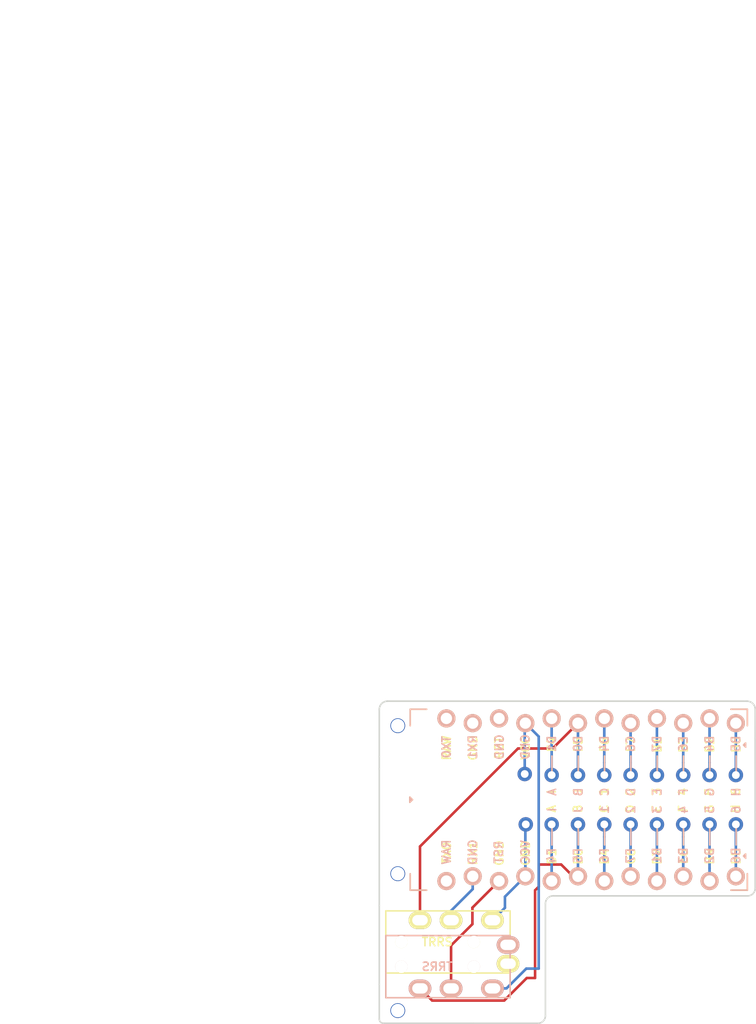
<source format=kicad_pcb>
(kicad_pcb (version 20171130) (host pcbnew 5.1.10)

  (general
    (thickness 1.6)
    (drawings 111)
    (tracks 66)
    (zones 0)
    (modules 11)
    (nets 25)
  )

  (page A4)
  (title_block
    (title "SU120 Yakitori Keyboard")
    (rev 8)
    (company @e3w2q)
  )

  (layers
    (0 F.Cu signal)
    (31 B.Cu signal)
    (32 B.Adhes user hide)
    (33 F.Adhes user)
    (34 B.Paste user hide)
    (35 F.Paste user hide)
    (36 B.SilkS user)
    (37 F.SilkS user)
    (38 B.Mask user)
    (39 F.Mask user)
    (40 Dwgs.User user hide)
    (41 Cmts.User user hide)
    (42 Eco1.User user hide)
    (43 Eco2.User user hide)
    (44 Edge.Cuts user)
    (45 Margin user hide)
    (46 B.CrtYd user hide)
    (47 F.CrtYd user hide)
    (48 B.Fab user hide)
    (49 F.Fab user hide)
  )

  (setup
    (last_trace_width 0.25)
    (trace_clearance 0.2)
    (zone_clearance 0.3)
    (zone_45_only no)
    (trace_min 0.2)
    (via_size 0.8)
    (via_drill 0.4)
    (via_min_size 0.6)
    (via_min_drill 0.3)
    (uvia_size 0.3)
    (uvia_drill 0.1)
    (uvias_allowed no)
    (uvia_min_size 0.2)
    (uvia_min_drill 0.1)
    (edge_width 0.15)
    (segment_width 0.15)
    (pcb_text_width 0.3)
    (pcb_text_size 1.5 1.5)
    (mod_edge_width 0.15)
    (mod_text_size 1 1)
    (mod_text_width 0.15)
    (pad_size 1.4 1.4)
    (pad_drill 0.75)
    (pad_to_mask_clearance 0.2)
    (solder_mask_min_width 0.25)
    (aux_axis_origin 37.70322 52.784508)
    (grid_origin 58.102501 69.05625)
    (visible_elements 7FFFF7FF)
    (pcbplotparams
      (layerselection 0x010fc_ffffffff)
      (usegerberextensions true)
      (usegerberattributes false)
      (usegerberadvancedattributes false)
      (creategerberjobfile false)
      (excludeedgelayer true)
      (linewidth 0.100000)
      (plotframeref false)
      (viasonmask false)
      (mode 1)
      (useauxorigin false)
      (hpglpennumber 1)
      (hpglpenspeed 20)
      (hpglpendiameter 15.000000)
      (psnegative false)
      (psa4output false)
      (plotreference true)
      (plotvalue false)
      (plotinvisibletext false)
      (padsonsilk false)
      (subtractmaskfromsilk true)
      (outputformat 1)
      (mirror false)
      (drillshape 0)
      (scaleselection 1)
      (outputdirectory "/home/j/holder"))
  )

  (net 0 "")
  (net 1 GND)
  (net 2 Y1)
  (net 3 Y2)
  (net 4 Y3)
  (net 5 X1)
  (net 6 X2)
  (net 7 X3)
  (net 8 X4)
  (net 9 X5)
  (net 10 Y4)
  (net 11 data)
  (net 12 led)
  (net 13 Y5)
  (net 14 Y6)
  (net 15 X6)
  (net 16 X7)
  (net 17 X8)
  (net 18 X9)
  (net 19 X10)
  (net 20 dummyVCC)
  (net 21 dummydata)
  (net 22 dummyled)
  (net 23 "Net-(J1-PadA)")
  (net 24 "Net-(J6-PadA)")

  (net_class Default "This is the default net class."
    (clearance 0.2)
    (trace_width 0.25)
    (via_dia 0.8)
    (via_drill 0.4)
    (uvia_dia 0.3)
    (uvia_drill 0.1)
    (add_net "Net-(J1-PadA)")
    (add_net "Net-(J6-PadA)")
    (add_net X1)
    (add_net X10)
    (add_net X2)
    (add_net X3)
    (add_net X4)
    (add_net X5)
    (add_net X6)
    (add_net X7)
    (add_net X8)
    (add_net X9)
    (add_net Y1)
    (add_net Y2)
    (add_net Y3)
    (add_net Y4)
    (add_net Y5)
    (add_net Y6)
    (add_net data)
    (add_net dummyVCC)
    (add_net dummydata)
    (add_net dummyled)
    (add_net led)
  )

  (net_class PWR ""
    (clearance 0.2)
    (trace_width 0.25)
    (via_dia 0.8)
    (via_drill 0.4)
    (uvia_dia 0.6)
    (uvia_drill 0.2)
    (add_net GND)
  )

  (module "#footprint:ArduinoProMicro-ZigZag_rev5" (layer B.Cu) (tedit 60FB24EB) (tstamp 5CE41AB0)
    (at 65.3625 60.6)
    (path /5CE18F26)
    (fp_text reference U1 (at -0.118131 -6.311687) (layer F.SilkS) hide
      (effects (font (size 1 1) (thickness 0.2)))
    )
    (fp_text value ProMicro (at 0 0) (layer B.Fab)
      (effects (font (size 1 1) (thickness 0.15)) (justify mirror))
    )
    (fp_text user B2 (at 11.43 5.3975 90 unlocked) (layer B.SilkS)
      (effects (font (size 0.8 0.8) (thickness 0.15)) (justify mirror))
    )
    (fp_text user F7 (at 3.81 5.3975 90 unlocked) (layer B.SilkS)
      (effects (font (size 0.8 0.8) (thickness 0.15)) (justify mirror))
    )
    (fp_text user F6 (at 1.27 5.3975 90 unlocked) (layer B.SilkS)
      (effects (font (size 0.8 0.8) (thickness 0.15)) (justify mirror))
    )
    (fp_text user F5 (at -1.27 5.3975 90 unlocked) (layer B.SilkS)
      (effects (font (size 0.8 0.8) (thickness 0.15)) (justify mirror))
    )
    (fp_text user RAW (at -13.97 5.0625 90 unlocked) (layer B.SilkS)
      (effects (font (size 0.8 0.8) (thickness 0.15)) (justify mirror))
    )
    (fp_text user GND (at -11.43 5.0625 90 unlocked) (layer B.SilkS)
      (effects (font (size 0.8 0.8) (thickness 0.15)) (justify mirror))
    )
    (fp_text user RST (at -8.92 5.0625 90 unlocked) (layer B.SilkS)
      (effects (font (size 0.8 0.8) (thickness 0.15)) (justify mirror))
    )
    (fp_text user VCC (at -6.35 5.0625 90 unlocked) (layer B.SilkS)
      (effects (font (size 0.8 0.8) (thickness 0.15)) (justify mirror))
    )
    (fp_text user F4 (at -3.81 5.3975 90 unlocked) (layer B.SilkS)
      (effects (font (size 0.8 0.8) (thickness 0.15)) (justify mirror))
    )
    (fp_text user B1 (at 6.35 5.3975 90 unlocked) (layer B.SilkS)
      (effects (font (size 0.8 0.8) (thickness 0.15)) (justify mirror))
    )
    (fp_text user B3 (at 8.89 5.3975 90 unlocked) (layer B.SilkS)
      (effects (font (size 0.8 0.8) (thickness 0.15)) (justify mirror))
    )
    (fp_text user B6 (at 13.97 5.3975 90 unlocked) (layer B.SilkS)
      (effects (font (size 0.8 0.8) (thickness 0.15)) (justify mirror))
    )
    (fp_text user B5 (at 13.97 -5.3975 90 unlocked) (layer B.SilkS)
      (effects (font (size 0.8 0.8) (thickness 0.15)) (justify mirror))
    )
    (fp_text user B4 (at 11.43 -5.3975 90 unlocked) (layer B.SilkS)
      (effects (font (size 0.8 0.8) (thickness 0.15)) (justify mirror))
    )
    (fp_text user E6 (at 8.89 -5.3975 90 unlocked) (layer B.SilkS)
      (effects (font (size 0.8 0.8) (thickness 0.15)) (justify mirror))
    )
    (fp_text user D7 (at 6.35 -5.3975 90 unlocked) (layer B.SilkS)
      (effects (font (size 0.8 0.8) (thickness 0.15)) (justify mirror))
    )
    (fp_text user C6 (at 3.81 -5.3975 90 unlocked) (layer B.SilkS)
      (effects (font (size 0.8 0.8) (thickness 0.15)) (justify mirror))
    )
    (fp_text user D4 (at 1.27 -5.3975 90 unlocked) (layer B.SilkS)
      (effects (font (size 0.8 0.8) (thickness 0.15)) (justify mirror))
    )
    (fp_text user GND (at -8.849381 -5.08 90 unlocked) (layer B.SilkS)
      (effects (font (size 0.8 0.8) (thickness 0.15)) (justify mirror))
    )
    (fp_text user D1 (at -3.81 -5.3975 90 unlocked) (layer B.SilkS)
      (effects (font (size 0.8 0.8) (thickness 0.15)) (justify mirror))
    )
    (fp_text user D0 (at -1.27 -5.3975 90 unlocked) (layer B.SilkS)
      (effects (font (size 0.8 0.8) (thickness 0.15)) (justify mirror))
    )
    (fp_text user RX1 (at -11.43 -5.08 90 unlocked) (layer B.SilkS)
      (effects (font (size 0.8 0.8) (thickness 0.15)) (justify mirror))
    )
    (fp_text user TX0 (at -13.97 -5.08 90 unlocked) (layer B.SilkS)
      (effects (font (size 0.8 0.8) (thickness 0.15)) (justify mirror))
    )
    (fp_line (start 15.08125 8.73125) (end 13.49375 8.73125) (layer F.SilkS) (width 0.15))
    (fp_line (start 15.08125 7.14375) (end 15.08125 8.73125) (layer F.SilkS) (width 0.15))
    (fp_line (start 15.08125 -8.73125) (end 15.08125 -7.14375) (layer F.SilkS) (width 0.15))
    (fp_line (start 13.49375 -8.73125) (end 15.08125 -8.73125) (layer F.SilkS) (width 0.15))
    (fp_line (start -17.4625 -8.73125) (end -15.875 -8.73125) (layer F.SilkS) (width 0.15))
    (fp_line (start -17.4625 -7.14375) (end -17.4625 -8.73125) (layer F.SilkS) (width 0.15))
    (fp_line (start -17.4625 8.73125) (end -17.4625 7.14375) (layer F.SilkS) (width 0.15))
    (fp_line (start -15.875 8.73125) (end -17.4625 8.73125) (layer F.SilkS) (width 0.15))
    (fp_line (start -17.4625 -8.73125) (end -15.875 -8.73125) (layer B.SilkS) (width 0.15))
    (fp_line (start -17.4625 -7.14375) (end -17.4625 -8.73125) (layer B.SilkS) (width 0.15))
    (fp_line (start -17.4625 8.73125) (end -17.4625 7.14375) (layer B.SilkS) (width 0.15))
    (fp_line (start -15.875 8.73125) (end -17.4625 8.73125) (layer B.SilkS) (width 0.15))
    (fp_line (start 15.08125 8.73125) (end 13.49375 8.73125) (layer B.SilkS) (width 0.15))
    (fp_line (start 15.08125 7.14375) (end 15.08125 8.73125) (layer B.SilkS) (width 0.15))
    (fp_line (start 15.08125 -8.73125) (end 13.49375 -8.73125) (layer B.SilkS) (width 0.15))
    (fp_line (start 15.08125 -7.14375) (end 15.08125 -8.73125) (layer B.SilkS) (width 0.15))
    (fp_poly (pts (xy -17.5 0.25) (xy -17.5 -0.25) (xy -17.25 0)) (layer F.SilkS) (width 0.15))
    (fp_poly (pts (xy -17.5 0.25) (xy -17.5 -0.25) (xy -17.25 0)) (layer B.SilkS) (width 0.15))
    (fp_line (start -17.78 -8.89) (end -16.78 -8.89) (layer B.Fab) (width 0.15))
    (fp_line (start 15.24 -8.89) (end 15.24 -7.89) (layer B.Fab) (width 0.15))
    (fp_line (start 15.24 8.89) (end 14.24 8.89) (layer B.Fab) (width 0.15))
    (fp_line (start -17.78 -3.81) (end -19.304 -3.81) (layer B.Fab) (width 0.15))
    (fp_line (start -19.304 -3.81) (end -19.304 3.556) (layer B.Fab) (width 0.15))
    (fp_line (start -19.304 3.556) (end -17.78 3.556) (layer B.Fab) (width 0.15))
    (fp_line (start -17.78 8.89) (end -16.78 8.89) (layer B.Fab) (width 0.15))
    (fp_line (start 15.24 -8.89) (end 14.24 -8.89) (layer B.Fab) (width 0.15))
    (fp_line (start -17.78 8.89) (end -17.78 7.89) (layer B.Fab) (width 0.15))
    (fp_line (start -17.78 -7.89) (end -17.78 -8.89) (layer B.Fab) (width 0.15))
    (fp_line (start 15.24 8.89) (end 15.24 7.89) (layer B.Fab) (width 0.15))
    (pad 1 thru_hole circle (at -13.97 -7.8486) (size 1.7526 1.7526) (drill 1.0922) (layers *.Cu *.SilkS *.Mask)
      (net 12 led))
    (pad 2 thru_hole circle (at -11.43 -7.3914) (size 1.7526 1.7526) (drill 1.0922) (layers *.Cu *.SilkS *.Mask)
      (net 11 data))
    (pad 3 thru_hole circle (at -8.89 -7.8486) (size 1.7526 1.7526) (drill 1.0922) (layers *.Cu *.SilkS *.Mask)
      (net 1 GND))
    (pad 4 thru_hole circle (at -6.35 -7.3914) (size 1.7526 1.7526) (drill 1.0922) (layers *.Cu *.SilkS *.Mask)
      (net 20 dummyVCC))
    (pad 5 thru_hole circle (at -3.81 -7.8486) (size 1.7526 1.7526) (drill 1.0922) (layers *.Cu *.SilkS *.Mask)
      (net 6 X2))
    (pad 6 thru_hole circle (at -1.27 -7.3914) (size 1.7526 1.7526) (drill 1.0922) (layers *.Cu *.SilkS *.Mask)
      (net 21 dummydata))
    (pad 7 thru_hole circle (at 1.27 -7.8486) (size 1.7526 1.7526) (drill 1.0922) (layers *.Cu *.SilkS *.Mask)
      (net 7 X3))
    (pad 8 thru_hole circle (at 3.81 -7.3914) (size 1.7526 1.7526) (drill 1.0922) (layers *.Cu *.SilkS *.Mask)
      (net 8 X4))
    (pad 9 thru_hole circle (at 6.35 -7.8486) (size 1.7526 1.7526) (drill 1.0922) (layers *.Cu *.SilkS *.Mask)
      (net 9 X5))
    (pad 10 thru_hole circle (at 8.89 -7.3914) (size 1.7526 1.7526) (drill 1.0922) (layers *.Cu *.SilkS *.Mask)
      (net 15 X6))
    (pad 11 thru_hole circle (at 11.43 -7.8486) (size 1.7526 1.7526) (drill 1.0922) (layers *.Cu *.SilkS *.Mask)
      (net 16 X7))
    (pad 13 thru_hole circle (at 13.97 7.3914) (size 1.7526 1.7526) (drill 1.0922) (layers *.Cu *.SilkS *.Mask)
      (net 14 Y6))
    (pad 14 thru_hole circle (at 11.43 7.8486) (size 1.7526 1.7526) (drill 1.0922) (layers *.Cu *.SilkS *.Mask)
      (net 13 Y5))
    (pad 15 thru_hole circle (at 8.89 7.3914) (size 1.7526 1.7526) (drill 1.0922) (layers *.Cu *.SilkS *.Mask)
      (net 10 Y4))
    (pad 16 thru_hole circle (at 6.35 7.8486) (size 1.7526 1.7526) (drill 1.0922) (layers *.Cu *.SilkS *.Mask)
      (net 4 Y3))
    (pad 17 thru_hole circle (at 3.81 7.3914) (size 1.7526 1.7526) (drill 1.0922) (layers *.Cu *.SilkS *.Mask)
      (net 3 Y2))
    (pad 18 thru_hole circle (at 1.27 7.8486) (size 1.7526 1.7526) (drill 1.0922) (layers *.Cu *.SilkS *.Mask)
      (net 2 Y1))
    (pad 19 thru_hole circle (at -1.27 7.3914) (size 1.7526 1.7526) (drill 1.0922) (layers *.Cu *.SilkS *.Mask)
      (net 21 dummydata))
    (pad 20 thru_hole circle (at -3.81 7.8486) (size 1.7526 1.7526) (drill 1.0922) (layers *.Cu *.SilkS *.Mask)
      (net 18 X9))
    (pad 21 thru_hole circle (at -6.35 7.3914) (size 1.7526 1.7526) (drill 1.0922) (layers *.Cu *.SilkS *.Mask)
      (net 20 dummyVCC))
    (pad 22 thru_hole circle (at -8.89 7.8486) (size 1.7526 1.7526) (drill 1.0922) (layers *.Cu *.SilkS *.Mask)
      (net 1 GND))
    (pad 23 thru_hole circle (at -11.43 7.3914) (size 1.7526 1.7526) (drill 1.0922) (layers *.Cu *.SilkS *.Mask)
      (net 1 GND))
    (pad 12 thru_hole circle (at 13.97 -7.3914) (size 1.7526 1.7526) (drill 1.0922) (layers *.Cu *.SilkS *.Mask)
      (net 17 X8))
    (pad 24 thru_hole circle (at -13.97 7.8486) (size 1.7526 1.7526) (drill 1.0922) (layers *.Cu *.SilkS *.Mask)
      (net 22 dummyled))
    (model /Users/danny/Documents/proj/custom-keyboard/kicad-libs/3d_models/ArduinoProMicro.wrl
      (offset (xyz -13.96999979019165 -7.619999885559082 -5.841999912261963))
      (scale (xyz 0.395 0.395 0.395))
      (rotate (xyz 90 180 180))
    )
  )

  (module "#footprint:1pin_conn" (layer F.Cu) (tedit 6144C7F3) (tstamp 614532B9)
    (at 59.052501 63.00625)
    (descr "Resitance 3 pas")
    (tags R)
    (autoplace_cost180 10)
    (fp_text reference H53 (at 0 1.651) (layer F.Fab) hide
      (effects (font (size 0.8128 0.8128) (thickness 0.15)))
    )
    (fp_text value MountingHole_Pad (at 0 -1.4605) (layer F.Fab) hide
      (effects (font (size 0.5 0.5) (thickness 0.125)))
    )
    (pad 1 thru_hole circle (at 0 -0.025) (size 1.4 1.4) (drill 0.75) (layers *.Cu *.Mask)
      (net 20 dummyVCC))
    (model discret/resistor.wrl
      (at (xyz 0 0 0))
      (scale (xyz 0.3 0.3 0.3))
      (rotate (xyz 0 0 0))
    )
    (model Resistors_ThroughHole.3dshapes/Resistor_Horizontal_RM10mm.wrl
      (at (xyz 0 0 0))
      (scale (xyz 0.2 0.2 0.2))
      (rotate (xyz 0 0 0))
    )
  )

  (module "#footprint:1pin_conn" (layer F.Cu) (tedit 6144C735) (tstamp 61452E4B)
    (at 58.952501 58.21875)
    (descr "Resitance 3 pas")
    (tags R)
    (autoplace_cost180 10)
    (fp_text reference H53 (at 0 1.651) (layer F.Fab) hide
      (effects (font (size 0.8128 0.8128) (thickness 0.15)))
    )
    (fp_text value MountingHole_Pad (at 0 -1.4605) (layer F.Fab) hide
      (effects (font (size 0.5 0.5) (thickness 0.125)))
    )
    (pad 1 thru_hole circle (at 0 -0.1) (size 1.4 1.4) (drill 0.75) (layers *.Cu *.Mask)
      (net 20 dummyVCC))
    (model discret/resistor.wrl
      (at (xyz 0 0 0))
      (scale (xyz 0.3 0.3 0.3))
      (rotate (xyz 0 0 0))
    )
    (model Resistors_ThroughHole.3dshapes/Resistor_Horizontal_RM10mm.wrl
      (at (xyz 0 0 0))
      (scale (xyz 0.2 0.2 0.2))
      (rotate (xyz 0 0 0))
    )
  )

  (module "" (layer F.Cu) (tedit 0) (tstamp 0)
    (at 8.552501 -16.34375)
    (fp_text reference "" (at 45.543126 74.330626) (layer F.SilkS)
      (effects (font (size 1.27 1.27) (thickness 0.15)))
    )
    (fp_text value "" (at 45.543126 74.330626) (layer F.SilkS)
      (effects (font (size 1.27 1.27) (thickness 0.15)))
    )
    (fp_text user GND (at 50.45 71.85 90 unlocked) (layer B.SilkS)
      (effects (font (size 0.8 0.8) (thickness 0.15)) (justify mirror))
    )
  )

  (module "#footprint:MJ-4PP-9" (layer F.Cu) (tedit 60FB33AA) (tstamp 5CE4189C)
    (at 45.543126 74.330626 90)
    (path /5CE190C3)
    (fp_text reference J1 (at 0 -2.97657 90) (layer F.Fab)
      (effects (font (size 1 1) (thickness 0.15)))
    )
    (fp_text value MJ-4PP-9 (at 0 14 90) (layer F.Fab) hide
      (effects (font (size 1 1) (thickness 0.15)))
    )
    (fp_line (start 3 -2) (end 3 0) (layer F.Fab) (width 0.15))
    (fp_line (start -3 -2) (end 2.95 -2) (layer F.Fab) (width 0.15))
    (fp_line (start -3 0) (end -3 -2) (layer F.Fab) (width 0.15))
    (fp_line (start -3 12) (end -3 0) (layer F.SilkS) (width 0.15))
    (fp_line (start 3 12) (end -3 12) (layer F.SilkS) (width 0.15))
    (fp_line (start 3 0) (end 3 12) (layer F.SilkS) (width 0.15))
    (fp_line (start -3 0) (end 3 0) (layer F.SilkS) (width 0.15))
    (fp_text user TRRS (at 0 4.96095) (layer F.SilkS)
      (effects (font (size 0.8 0.8) (thickness 0.15)))
    )
    (pad A thru_hole oval (at -2.1 11.8 90) (size 1.7 2.2) (drill oval 1 1.5) (layers *.Cu *.Mask F.SilkS)
      (net 23 "Net-(J1-PadA)") (clearance 0.15))
    (pad D thru_hole oval (at 2.1 10.3 90) (size 1.7 2.2) (drill oval 1 1.5) (layers *.Cu *.Mask F.SilkS)
      (net 20 dummyVCC) (clearance 0.15))
    (pad C thru_hole oval (at 2.1 6.3 90) (size 1.7 2.2) (drill oval 1 1.5) (layers *.Cu *.Mask F.SilkS)
      (net 1 GND) (clearance 0.15))
    (pad B thru_hole oval (at 2.1 3.3 90) (size 1.7 2.2) (drill oval 1 1.5) (layers *.Cu *.Mask F.SilkS)
      (net 21 dummydata) (clearance 0.15))
    (pad "" np_thru_hole circle (at 0 8.5 90) (size 1.2 1.2) (drill 1.2) (layers *.Cu *.Mask F.SilkS))
    (pad "" np_thru_hole circle (at 0 1.5 90) (size 1.2 1.2) (drill 1.2) (layers *.Cu *.Mask F.SilkS))
    (model "../../../../../../Users/pluis/Documents/Magic Briefcase/Documents/KiCad/3d/AB2_TRS_3p5MM_PTH.wrl"
      (at (xyz 0 0 0))
      (scale (xyz 0.42 0.42 0.42))
      (rotate (xyz 0 0 90))
    )
  )

  (module "#footprint:MJ-4PP-9" (layer B.Cu) (tedit 60FB33B0) (tstamp 5CFE13EA)
    (at 45.543126 76.711876 270)
    (path /5CF7DFCF)
    (fp_text reference J6 (at 0 2.97657 270) (layer B.Fab)
      (effects (font (size 1 1) (thickness 0.15)) (justify mirror))
    )
    (fp_text value MJ-4PP-9 (at 0 -14 270) (layer B.Fab) hide
      (effects (font (size 1 1) (thickness 0.15)) (justify mirror))
    )
    (fp_line (start -3 0) (end 3 0) (layer B.SilkS) (width 0.15))
    (fp_line (start 3 0) (end 3 -12) (layer B.SilkS) (width 0.15))
    (fp_line (start 3 -12) (end -3 -12) (layer B.SilkS) (width 0.15))
    (fp_line (start -3 -12) (end -3 0) (layer B.SilkS) (width 0.15))
    (fp_line (start -3 0) (end -3 2) (layer B.Fab) (width 0.15))
    (fp_line (start -3 2) (end 2.95 2) (layer B.Fab) (width 0.15))
    (fp_line (start 3 2) (end 3 0) (layer B.Fab) (width 0.15))
    (fp_text user TRRS (at 0 -4.96095) (layer B.SilkS)
      (effects (font (size 0.8 0.8) (thickness 0.15)) (justify mirror))
    )
    (pad "" np_thru_hole circle (at 0 -1.5 270) (size 1.2 1.2) (drill 1.2) (layers *.Cu *.Mask B.SilkS))
    (pad "" np_thru_hole circle (at 0 -8.5 270) (size 1.2 1.2) (drill 1.2) (layers *.Cu *.Mask B.SilkS))
    (pad B thru_hole oval (at 2.1 -3.3 270) (size 1.7 2.2) (drill oval 1 1.5) (layers *.Cu *.Mask B.SilkS)
      (net 21 dummydata) (clearance 0.15))
    (pad C thru_hole oval (at 2.1 -6.3 270) (size 1.7 2.2) (drill oval 1 1.5) (layers *.Cu *.Mask B.SilkS)
      (net 1 GND) (clearance 0.15))
    (pad D thru_hole oval (at 2.1 -10.3 270) (size 1.7 2.2) (drill oval 1 1.5) (layers *.Cu *.Mask B.SilkS)
      (net 20 dummyVCC) (clearance 0.15))
    (pad A thru_hole oval (at -2.1 -11.8 270) (size 1.7 2.2) (drill oval 1 1.5) (layers *.Cu *.Mask B.SilkS)
      (net 24 "Net-(J6-PadA)") (clearance 0.15))
    (model "../../../../../../Users/pluis/Documents/Magic Briefcase/Documents/KiCad/3d/AB2_TRS_3p5MM_PTH.wrl"
      (at (xyz 0 0 0))
      (scale (xyz 0.42 0.42 0.42))
      (rotate (xyz 0 0 90))
    )
  )

  (module "#footprint:M1.4_tapping_Hole_rev2" (layer F.Cu) (tedit 60FB3BB3) (tstamp 60EE263C)
    (at 46.102501 80.95625)
    (descr "Resitance 3 pas")
    (tags R)
    (autoplace_cost180 10)
    (fp_text reference "" (at 0 1.651) (layer F.Fab) hide
      (effects (font (size 0.8128 0.8128) (thickness 0.15)))
    )
    (fp_text value "" (at 0 -1.4605) (layer F.Fab) hide
      (effects (font (size 0.5 0.5) (thickness 0.125)))
    )
    (pad "" thru_hole circle (at 0.597499 0) (size 1.43 1.43) (drill 1.28) (layers *.Cu *.Mask))
    (model discret/resistor.wrl
      (at (xyz 0 0 0))
      (scale (xyz 0.3 0.3 0.3))
      (rotate (xyz 0 0 0))
    )
    (model Resistors_ThroughHole.3dshapes/Resistor_Horizontal_RM10mm.wrl
      (at (xyz 0 0 0))
      (scale (xyz 0.2 0.2 0.2))
      (rotate (xyz 0 0 0))
    )
  )

  (module "#footprint:M1.4_tapping_Hole_rev2" (layer F.Cu) (tedit 5E1DC99F) (tstamp 5D136D56)
    (at 46.7 53.45625)
    (descr "Resitance 3 pas")
    (tags R)
    (autoplace_cost180 10)
    (fp_text reference "" (at 0 1.651) (layer F.Fab) hide
      (effects (font (size 0.8128 0.8128) (thickness 0.15)))
    )
    (fp_text value "" (at 0 -1.4605) (layer F.Fab) hide
      (effects (font (size 0.5 0.5) (thickness 0.125)))
    )
    (pad "" thru_hole circle (at 0 0) (size 1.43 1.43) (drill 1.28) (layers *.Cu *.Mask))
    (model discret/resistor.wrl
      (at (xyz 0 0 0))
      (scale (xyz 0.3 0.3 0.3))
      (rotate (xyz 0 0 0))
    )
    (model Resistors_ThroughHole.3dshapes/Resistor_Horizontal_RM10mm.wrl
      (at (xyz 0 0 0))
      (scale (xyz 0.2 0.2 0.2))
      (rotate (xyz 0 0 0))
    )
  )

  (module "#footprint:M1.4_tapping_Hole_rev2" (layer F.Cu) (tedit 60FB3BAE) (tstamp 5D136CFE)
    (at 46.7 67.74375)
    (descr "Resitance 3 pas")
    (tags R)
    (autoplace_cost180 10)
    (fp_text reference "" (at 0 1.651) (layer F.Fab) hide
      (effects (font (size 0.8128 0.8128) (thickness 0.15)))
    )
    (fp_text value "" (at 0 -1.4605) (layer F.Fab) hide
      (effects (font (size 0.5 0.5) (thickness 0.125)))
    )
    (pad "" thru_hole circle (at 0 0) (size 1.43 1.43) (drill 1.28) (layers *.Cu *.Mask))
    (model discret/resistor.wrl
      (at (xyz 0 0 0))
      (scale (xyz 0.3 0.3 0.3))
      (rotate (xyz 0 0 0))
    )
    (model Resistors_ThroughHole.3dshapes/Resistor_Horizontal_RM10mm.wrl
      (at (xyz 0 0 0))
      (scale (xyz 0.2 0.2 0.2))
      (rotate (xyz 0 0 0))
    )
  )

  (module "#footprint:PinHeader_1x08_P2.54mm_Vertical_rev2" (layer F.Cu) (tedit 6144C7BC) (tstamp 5D26FA7D)
    (at 61.552501 62.98125 90)
    (descr "Through hole straight pin header, 1x08, 2.54mm pitch, single row")
    (tags "Through hole pin header THT 1x08 2.54mm single row")
    (path /5CE5F218)
    (fp_text reference J3 (at 0 -2.33 90) (layer F.Fab)
      (effects (font (size 1 1) (thickness 0.15)))
    )
    (fp_text value Conn_01x08 (at 0 20.11 90) (layer F.Fab)
      (effects (font (size 1 1) (thickness 0.15)))
    )
    (fp_text user %R (at 0 8.89 180) (layer F.Fab)
      (effects (font (size 1 1) (thickness 0.15)))
    )
    (fp_line (start 1.8 -1.8) (end -1.8 -1.8) (layer F.CrtYd) (width 0.05))
    (fp_line (start 1.8 19.55) (end 1.8 -1.8) (layer F.CrtYd) (width 0.05))
    (fp_line (start -1.8 19.55) (end 1.8 19.55) (layer F.CrtYd) (width 0.05))
    (fp_line (start -1.8 -1.8) (end -1.8 19.55) (layer F.CrtYd) (width 0.05))
    (fp_line (start -1.27 -0.635) (end -0.635 -1.27) (layer F.Fab) (width 0.1))
    (fp_line (start -1.27 19.05) (end -1.27 -0.635) (layer F.Fab) (width 0.1))
    (fp_line (start 1.27 19.05) (end -1.27 19.05) (layer F.Fab) (width 0.1))
    (fp_line (start 1.27 -1.27) (end 1.27 19.05) (layer F.Fab) (width 0.1))
    (fp_line (start -0.635 -1.27) (end 1.27 -1.27) (layer F.Fab) (width 0.1))
    (pad 8 thru_hole circle (at 0 17.78 90) (size 1.4 1.4) (drill 0.75) (layers *.Cu *.Mask)
      (net 14 Y6))
    (pad 7 thru_hole circle (at 0 15.24 90) (size 1.4 1.4) (drill 0.75) (layers *.Cu *.Mask)
      (net 13 Y5))
    (pad 6 thru_hole circle (at 0 12.7 90) (size 1.4 1.4) (drill 0.75) (layers *.Cu *.Mask)
      (net 10 Y4))
    (pad 5 thru_hole circle (at 0 10.16 90) (size 1.4 1.4) (drill 0.75) (layers *.Cu *.Mask)
      (net 4 Y3))
    (pad 4 thru_hole circle (at 0 7.62 90) (size 1.4 1.4) (drill 0.75) (layers *.Cu *.Mask)
      (net 3 Y2))
    (pad 3 thru_hole circle (at 0 5.08 90) (size 1.4 1.4) (drill 0.75) (layers *.Cu *.Mask)
      (net 2 Y1))
    (pad 2 thru_hole circle (at 0 2.54 90) (size 1.4 1.4) (drill 0.75) (layers *.Cu *.Mask)
      (net 19 X10))
    (pad 1 thru_hole circle (at 0 0 90) (size 1.4 1.4) (drill 0.75) (layers *.Cu *.Mask)
      (net 18 X9))
    (model ${KISYS3DMOD}/Connector_PinHeader_2.54mm.3dshapes/PinHeader_1x08_P2.54mm_Vertical.wrl
      (at (xyz 0 0 0))
      (scale (xyz 1 1 1))
      (rotate (xyz 0 0 0))
    )
  )

  (module "#footprint:PinHeader_1x08_P2.54mm_Vertical_rev2" (layer F.Cu) (tedit 5D1A1388) (tstamp 5D26FA92)
    (at 61.552501 58.21875 90)
    (descr "Through hole straight pin header, 1x08, 2.54mm pitch, single row")
    (tags "Through hole pin header THT 1x08 2.54mm single row")
    (path /5CE5F3DE)
    (fp_text reference J4 (at 0 -2.33 90) (layer F.Fab)
      (effects (font (size 1 1) (thickness 0.15)))
    )
    (fp_text value Conn_01x08 (at 0 20.11 90) (layer F.Fab)
      (effects (font (size 1 1) (thickness 0.15)))
    )
    (fp_text user %R (at 0 8.89 180) (layer F.Fab)
      (effects (font (size 1 1) (thickness 0.15)))
    )
    (fp_line (start -0.635 -1.27) (end 1.27 -1.27) (layer F.Fab) (width 0.1))
    (fp_line (start 1.27 -1.27) (end 1.27 19.05) (layer F.Fab) (width 0.1))
    (fp_line (start 1.27 19.05) (end -1.27 19.05) (layer F.Fab) (width 0.1))
    (fp_line (start -1.27 19.05) (end -1.27 -0.635) (layer F.Fab) (width 0.1))
    (fp_line (start -1.27 -0.635) (end -0.635 -1.27) (layer F.Fab) (width 0.1))
    (fp_line (start -1.8 -1.8) (end -1.8 19.55) (layer F.CrtYd) (width 0.05))
    (fp_line (start -1.8 19.55) (end 1.8 19.55) (layer F.CrtYd) (width 0.05))
    (fp_line (start 1.8 19.55) (end 1.8 -1.8) (layer F.CrtYd) (width 0.05))
    (fp_line (start 1.8 -1.8) (end -1.8 -1.8) (layer F.CrtYd) (width 0.05))
    (pad 1 thru_hole circle (at 0 0 90) (size 1.4 1.4) (drill 0.75) (layers *.Cu *.Mask)
      (net 5 X1))
    (pad 2 thru_hole circle (at 0 2.54 90) (size 1.4 1.4) (drill 0.75) (layers *.Cu *.Mask)
      (net 6 X2))
    (pad 3 thru_hole circle (at 0 5.08 90) (size 1.4 1.4) (drill 0.75) (layers *.Cu *.Mask)
      (net 7 X3))
    (pad 4 thru_hole circle (at 0 7.62 90) (size 1.4 1.4) (drill 0.75) (layers *.Cu *.Mask)
      (net 8 X4))
    (pad 5 thru_hole circle (at 0 10.16 90) (size 1.4 1.4) (drill 0.75) (layers *.Cu *.Mask)
      (net 9 X5))
    (pad 6 thru_hole circle (at 0 12.7 90) (size 1.4 1.4) (drill 0.75) (layers *.Cu *.Mask)
      (net 15 X6))
    (pad 7 thru_hole circle (at 0 15.24 90) (size 1.4 1.4) (drill 0.75) (layers *.Cu *.Mask)
      (net 16 X7))
    (pad 8 thru_hole circle (at 0 17.78 90) (size 1.4 1.4) (drill 0.75) (layers *.Cu *.Mask)
      (net 17 X8))
    (model ${KISYS3DMOD}/Connector_PinHeader_2.54mm.3dshapes/PinHeader_1x08_P2.54mm_Vertical.wrl
      (at (xyz 0 0 0))
      (scale (xyz 1 1 1))
      (rotate (xyz 0 0 0))
    )
  )

  (gr_arc (start 61.69745 70.625137) (end 61.752501 69.88125) (angle -92.78006695) (layer Edge.Cuts) (width 0.15) (tstamp 60FB430A))
  (gr_arc (start 60.201781 81.437217) (end 60.295276 82.182335) (angle -81.39578011) (layer Edge.Cuts) (width 0.15) (tstamp 60F910A5))
  (gr_line (start 45.311046 82.178126) (end 60.295276 82.182335) (layer Edge.Cuts) (width 0.15))
  (gr_arc (start 80.408751 51.88125) (end 81.202501 51.88125) (angle -90) (layer Edge.Cuts) (width 0.15) (tstamp 5C93B1A3))
  (gr_arc (start 45.311046 81.78125) (end 44.91417 81.78125) (angle -90) (layer Edge.Cuts) (width 0.15) (tstamp 60EE26AB))
  (gr_arc (start 45.70792 51.88125) (end 45.70792 51.0875) (angle -91.80399512) (layer Edge.Cuts) (width 0.15) (tstamp 5C98D5D2))
  (gr_line (start 61.752501 69.88125) (end 80.546597 69.885069) (layer Edge.Cuts) (width 0.15) (tstamp 60EE6183))
  (gr_line (start 81.198686 61.790796) (end 81.198686 66.751746) (layer Edge.Cuts) (width 0.15))
  (gr_line (start 81.198686 66.751746) (end 81.198686 69.20625) (layer Edge.Cuts) (width 0.15))
  (gr_line (start 81.202501 51.88125) (end 81.198686 54.647028) (layer Edge.Cuts) (width 0.15))
  (gr_line (start 81.198686 54.647028) (end 81.198686 61.790796) (layer Edge.Cuts) (width 0.15) (tstamp 5CF1F0D4))
  (gr_line (start 60.952501 81.45625) (end 60.952501 70.60625) (layer Edge.Cuts) (width 0.15))
  (gr_line (start 45.70792 51.0875) (end 80.408751 51.0875) (layer Edge.Cuts) (width 0.15))
  (gr_line (start 44.91417 57.623598) (end 44.91417 56.43297) (layer Edge.Cuts) (width 0.15) (tstamp 60EE00D7))
  (gr_line (start 61.577501 63.05625) (end 61.577501 64.96125) (layer B.SilkS) (width 0.15))
  (gr_line (start 64.117501 63.05625) (end 64.117501 64.96125) (layer B.SilkS) (width 0.15))
  (gr_line (start 66.657501 63.05625) (end 66.657501 64.96125) (layer B.SilkS) (width 0.15))
  (gr_line (start 69.197501 63.05625) (end 69.197501 64.96125) (layer B.SilkS) (width 0.15))
  (gr_line (start 71.737501 63.05625) (end 71.737501 64.96125) (layer B.SilkS) (width 0.15))
  (gr_line (start 74.277501 63.05625) (end 74.277501 64.96125) (layer B.SilkS) (width 0.15))
  (gr_line (start 76.817501 63.05625) (end 76.817501 64.96125) (layer B.SilkS) (width 0.15))
  (gr_line (start 79.357501 63.05625) (end 79.357501 64.96125) (layer B.SilkS) (width 0.15))
  (gr_line (start 79.357501 63.05625) (end 79.357501 64.96125) (layer F.SilkS) (width 0.15))
  (gr_line (start 76.817501 63.05625) (end 76.817501 64.96125) (layer F.SilkS) (width 0.15))
  (gr_line (start 74.277501 63.05625) (end 74.277501 64.96125) (layer F.SilkS) (width 0.15))
  (gr_line (start 71.737501 63.05625) (end 71.737501 64.96125) (layer F.SilkS) (width 0.15))
  (gr_line (start 69.197501 63.05625) (end 69.197501 64.96125) (layer F.SilkS) (width 0.15))
  (gr_line (start 66.657501 63.05625) (end 66.657501 64.96125) (layer F.SilkS) (width 0.15))
  (gr_line (start 64.117501 63.05625) (end 64.117501 64.96125) (layer F.SilkS) (width 0.15))
  (gr_line (start 61.577501 63.05625) (end 61.577501 64.96125) (layer F.SilkS) (width 0.15))
  (gr_line (start 61.577501 58.29375) (end 61.577501 56.38875) (layer B.SilkS) (width 0.15))
  (gr_line (start 64.117501 58.29375) (end 64.117501 56.38875) (layer B.SilkS) (width 0.15))
  (gr_line (start 66.657501 58.29375) (end 66.657501 56.38875) (layer B.SilkS) (width 0.15))
  (gr_line (start 69.197501 58.29375) (end 69.197501 56.38875) (layer B.SilkS) (width 0.15))
  (gr_line (start 71.737501 58.29375) (end 71.737501 56.38875) (layer B.SilkS) (width 0.15))
  (gr_line (start 74.277501 58.29375) (end 74.277501 56.38875) (layer B.SilkS) (width 0.15))
  (gr_line (start 76.817501 58.29375) (end 76.817501 56.38875) (layer B.SilkS) (width 0.15))
  (gr_line (start 79.357501 58.29375) (end 79.357501 56.38875) (layer B.SilkS) (width 0.15))
  (gr_line (start 79.357501 58.29375) (end 79.357501 56.38875) (layer F.SilkS) (width 0.15))
  (gr_line (start 76.817501 58.29375) (end 76.817501 56.38875) (layer F.SilkS) (width 0.15))
  (gr_line (start 74.277501 58.29375) (end 74.277501 56.38875) (layer F.SilkS) (width 0.15))
  (gr_line (start 71.737501 58.29375) (end 71.737501 56.38875) (layer F.SilkS) (width 0.15))
  (gr_line (start 69.197501 58.29375) (end 69.197501 56.38875) (layer F.SilkS) (width 0.15))
  (gr_line (start 66.657501 58.29375) (end 66.657501 56.38875) (layer F.SilkS) (width 0.15))
  (gr_line (start 64.117501 58.29375) (end 64.117501 56.38875) (layer F.SilkS) (width 0.15))
  (gr_line (start 61.577501 58.29375) (end 61.577501 56.38875) (layer F.SilkS) (width 0.15))
  (gr_poly (pts (xy 80.270506 55.118904) (xy 80.270506 55.51578) (xy 80.072068 55.317342)) (layer F.SilkS) (width 0.15) (tstamp 5D1CC941))
  (gr_poly (pts (xy 80.270506 65.834556) (xy 80.270506 66.231432) (xy 80.072068 66.032994)) (layer F.SilkS) (width 0.15) (tstamp 5D1CC93A))
  (gr_poly (pts (xy 80.270506 66.231432) (xy 80.270506 65.834556) (xy 80.072068 66.032994)) (layer B.SilkS) (width 0.15) (tstamp 5D1CC938))
  (gr_poly (pts (xy 80.270506 55.51578) (xy 80.270506 55.118904) (xy 80.072068 55.317342)) (layer B.SilkS) (width 0.15) (tstamp 5D1CC934))
  (gr_line (start 44.91417 70.80625) (end 44.91417 57.623598) (layer Edge.Cuts) (width 0.15))
  (gr_text B5 (at 79.3575 66.0725 90) (layer F.SilkS) (tstamp 5CF29DBE)
    (effects (font (size 0.8 0.8) (thickness 0.15)))
  )
  (gr_text B4 (at 76.8175 66.0725 90) (layer F.SilkS) (tstamp 5CF29DBC)
    (effects (font (size 0.8 0.8) (thickness 0.15)))
  )
  (gr_text E6 (at 74.2775 66.0725 90) (layer F.SilkS) (tstamp 5CF29DBA)
    (effects (font (size 0.8 0.8) (thickness 0.15)))
  )
  (gr_text D7 (at 71.7375 66.0725 90) (layer F.SilkS) (tstamp 5CF29DB8)
    (effects (font (size 0.8 0.8) (thickness 0.15)))
  )
  (gr_text C6 (at 69.1975 66.0725 90) (layer F.SilkS) (tstamp 5CF29DB6)
    (effects (font (size 0.8 0.8) (thickness 0.15)))
  )
  (gr_text D4 (at 66.6575 66.0725 90) (layer F.SilkS) (tstamp 5CF29DB4)
    (effects (font (size 0.8 0.8) (thickness 0.15)))
  )
  (gr_text D0 (at 64.1175 66.0725 90) (layer F.SilkS) (tstamp 5CF29DB2)
    (effects (font (size 0.8 0.8) (thickness 0.15)))
  )
  (gr_text D1 (at 61.5775 66.0725 90) (layer F.SilkS) (tstamp 5CF29DB0)
    (effects (font (size 0.8 0.8) (thickness 0.15)))
  )
  (gr_text GND (at 59.0375 65.755 90) (layer F.SilkS) (tstamp 5CF29DAE)
    (effects (font (size 0.8 0.8) (thickness 0.15)))
  )
  (gr_text GND (at 56.4975 65.755 90) (layer F.SilkS) (tstamp 5CF29DAC)
    (effects (font (size 0.8 0.8) (thickness 0.15)))
  )
  (gr_text RX1 (at 53.9575 65.755 90) (layer F.SilkS) (tstamp 5CF29DAA)
    (effects (font (size 0.8 0.8) (thickness 0.15)))
  )
  (gr_text TX0 (at 51.4175 65.755 90) (layer F.SilkS) (tstamp 5CF29DA8)
    (effects (font (size 0.8 0.8) (thickness 0.15)))
  )
  (gr_text B6 (at 79.3575 55.2775 90) (layer F.SilkS) (tstamp 5CF29D64)
    (effects (font (size 0.8 0.8) (thickness 0.15)))
  )
  (gr_text B2 (at 76.8175 55.2775 90) (layer F.SilkS) (tstamp 5CF29D61)
    (effects (font (size 0.8 0.8) (thickness 0.15)))
  )
  (gr_text B3 (at 74.2775 55.2775 90) (layer F.SilkS) (tstamp 5CF29D5E)
    (effects (font (size 0.8 0.8) (thickness 0.15)))
  )
  (gr_text B1 (at 71.7375 55.2775 90) (layer F.SilkS) (tstamp 5CF29D5B)
    (effects (font (size 0.8 0.8) (thickness 0.15)))
  )
  (gr_text F7 (at 69.1975 55.2775 90) (layer F.SilkS) (tstamp 5CF29D58)
    (effects (font (size 0.8 0.8) (thickness 0.15)))
  )
  (gr_text F6 (at 66.6575 55.2775 90) (layer F.SilkS) (tstamp 5CF29D55)
    (effects (font (size 0.8 0.8) (thickness 0.15)))
  )
  (gr_text F5 (at 64.1175 55.2775 90) (layer F.SilkS) (tstamp 5CF29D52)
    (effects (font (size 0.8 0.8) (thickness 0.15)))
  )
  (gr_text F4 (at 61.5775 55.2775 90) (layer F.SilkS) (tstamp 5CF29D4D)
    (effects (font (size 0.8 0.8) (thickness 0.15)))
  )
  (gr_text VCC (at 59.03764 55.595 90) (layer F.SilkS) (tstamp 60FB3EC0)
    (effects (font (size 0.8 0.8) (thickness 0.15)))
  )
  (gr_text RST (at 56.4975 55.595 90) (layer F.SilkS) (tstamp 5CF29D45)
    (effects (font (size 0.8 0.8) (thickness 0.15)))
  )
  (gr_text GND (at 53.9575 55.595 90) (layer F.SilkS) (tstamp 5CF29D40)
    (effects (font (size 0.8 0.8) (thickness 0.15)))
  )
  (gr_text RAW (at 51.4175 55.595 90) (layer F.SilkS) (tstamp 5CF29D3D)
    (effects (font (size 0.8 0.8) (thickness 0.15)))
  )
  (gr_text 2 (at 69.165917 59.834217 90) (layer F.SilkS) (tstamp 5CF8D37B)
    (effects (font (size 0.8 0.8) (thickness 0.15)))
  )
  (gr_text 4 (at 74.245917 59.834217 90) (layer F.SilkS) (tstamp 5CF8D37A)
    (effects (font (size 0.8 0.8) (thickness 0.15)))
  )
  (gr_text 3 (at 71.705917 59.834217 90) (layer F.SilkS) (tstamp 5CF8D379)
    (effects (font (size 0.8 0.8) (thickness 0.15)))
  )
  (gr_text 5 (at 76.785917 59.834217 90) (layer F.SilkS) (tstamp 5CF8D378)
    (effects (font (size 0.8 0.8) (thickness 0.15)))
  )
  (gr_text J (at 64.085917 59.834217 90) (layer F.SilkS) (tstamp 5CF8D377)
    (effects (font (size 0.8 0.8) (thickness 0.15)))
  )
  (gr_text 1 (at 66.625917 59.834217 90) (layer F.SilkS) (tstamp 5CF8D376)
    (effects (font (size 0.8 0.8) (thickness 0.15)))
  )
  (gr_text I (at 61.545917 59.834217 90) (layer F.SilkS) (tstamp 5CF8D375)
    (effects (font (size 0.8 0.8) (thickness 0.15)))
  )
  (gr_text 6 (at 79.325917 59.834217 90) (layer F.SilkS) (tstamp 5CF8D374)
    (effects (font (size 0.8 0.8) (thickness 0.15)))
  )
  (gr_text D (at 69.152025 61.475035 90) (layer F.SilkS) (tstamp 5CF8D061)
    (effects (font (size 0.8 0.8) (thickness 0.15)))
  )
  (gr_text F (at 74.232025 61.475035 90) (layer F.SilkS) (tstamp 5CF8D060)
    (effects (font (size 0.8 0.8) (thickness 0.15)))
  )
  (gr_text C (at 66.612025 61.475035 90) (layer F.SilkS) (tstamp 5CF8D05F)
    (effects (font (size 0.8 0.8) (thickness 0.15)))
  )
  (gr_text A (at 61.532025 61.475035 90) (layer F.SilkS) (tstamp 5CF8D05E)
    (effects (font (size 0.8 0.8) (thickness 0.15)))
  )
  (gr_text E (at 71.692025 61.475035 90) (layer F.SilkS) (tstamp 5CF8D05D)
    (effects (font (size 0.8 0.8) (thickness 0.15)))
  )
  (gr_text B (at 64.072025 61.475035 90) (layer F.SilkS) (tstamp 5CF8D05C)
    (effects (font (size 0.8 0.8) (thickness 0.15)))
  )
  (gr_text H (at 79.312025 61.475035 90) (layer F.SilkS) (tstamp 5CF8D05B)
    (effects (font (size 0.8 0.8) (thickness 0.15)))
  )
  (gr_text G (at 76.772025 61.475035 90) (layer F.SilkS) (tstamp 5CF8D05A)
    (effects (font (size 0.8 0.8) (thickness 0.15)))
  )
  (gr_text 6 (at 79.357501 61.565574 90) (layer B.SilkS) (tstamp 5D0C18D5)
    (effects (font (size 0.8 0.8) (thickness 0.15)) (justify mirror))
  )
  (gr_text I (at 61.577501 61.565574 90) (layer B.SilkS) (tstamp 5D0C18D4)
    (effects (font (size 0.8 0.8) (thickness 0.15)) (justify mirror))
  )
  (gr_text G (at 76.817502 59.859013 90) (layer B.SilkS) (tstamp 5D0C18D3)
    (effects (font (size 0.8 0.8) (thickness 0.15)) (justify mirror))
  )
  (gr_text 1 (at 66.657501 61.565574 90) (layer B.SilkS) (tstamp 5D0C18D2)
    (effects (font (size 0.8 0.8) (thickness 0.15)) (justify mirror))
  )
  (gr_text J (at 64.117501 61.565574 90) (layer B.SilkS) (tstamp 5D0C18D1)
    (effects (font (size 0.8 0.8) (thickness 0.15)) (justify mirror))
  )
  (gr_text 2 (at 69.197501 61.565574 90) (layer B.SilkS) (tstamp 5D0C18D0)
    (effects (font (size 0.8 0.8) (thickness 0.15)) (justify mirror))
  )
  (gr_text A (at 61.577502 59.859013 90) (layer B.SilkS) (tstamp 5D0C18CF)
    (effects (font (size 0.8 0.8) (thickness 0.15)) (justify mirror))
  )
  (gr_text 4 (at 74.277501 61.565574 90) (layer B.SilkS) (tstamp 5D0C18CE)
    (effects (font (size 0.8 0.8) (thickness 0.15)) (justify mirror))
  )
  (gr_text F (at 74.277502 59.859013 90) (layer B.SilkS) (tstamp 5D0C18CD)
    (effects (font (size 0.8 0.8) (thickness 0.15)) (justify mirror))
  )
  (gr_text D (at 69.197502 59.859013 90) (layer B.SilkS) (tstamp 5D0C18CC)
    (effects (font (size 0.8 0.8) (thickness 0.15)) (justify mirror))
  )
  (gr_text H (at 79.357502 59.859013 90) (layer B.SilkS) (tstamp 5D0C18CB)
    (effects (font (size 0.8 0.8) (thickness 0.15)) (justify mirror))
  )
  (gr_text B (at 64.117502 59.859013 90) (layer B.SilkS) (tstamp 5D0C18CA)
    (effects (font (size 0.8 0.8) (thickness 0.15)) (justify mirror))
  )
  (gr_text E (at 71.737502 59.859013 90) (layer B.SilkS) (tstamp 5D0C18C9)
    (effects (font (size 0.8 0.8) (thickness 0.15)) (justify mirror))
  )
  (gr_text 5 (at 76.817501 61.565574 90) (layer B.SilkS) (tstamp 5D0C18C8)
    (effects (font (size 0.8 0.8) (thickness 0.15)) (justify mirror))
  )
  (gr_text C (at 66.657502 59.859013 90) (layer B.SilkS) (tstamp 5D0C18C7)
    (effects (font (size 0.8 0.8) (thickness 0.15)) (justify mirror))
  )
  (gr_text 3 (at 71.737501 61.565574 90) (layer B.SilkS) (tstamp 5D0C18C6)
    (effects (font (size 0.8 0.8) (thickness 0.15)) (justify mirror))
  )
  (gr_line (start 44.91417 81.78125) (end 44.91417 78.41873) (layer Edge.Cuts) (width 0.15))
  (gr_line (start 44.91417 51.90625) (end 44.91417 56.43297) (layer Edge.Cuts) (width 0.15))
  (gr_line (start 44.91417 70.80625) (end 44.91417 78.41873) (layer Edge.Cuts) (width 0.15))
  (gr_arc (start 80.451993 69.141575) (end 80.546597 69.885069) (angle -77.79817896) (layer Edge.Cuts) (width 0.15) (tstamp 5C918D62))

  (segment (start 55.102501 69.818599) (end 56.4725 68.4486) (width 0.25) (layer F.Cu) (net 1))
  (segment (start 51.843126 74.665625) (end 53.902501 72.60625) (width 0.25) (layer F.Cu) (net 1))
  (segment (start 51.843126 78.811876) (end 51.843126 74.665625) (width 0.25) (layer F.Cu) (net 1))
  (segment (start 53.902501 71.018599) (end 55.102501 69.818599) (width 0.25) (layer F.Cu) (net 1))
  (segment (start 53.902501 72.60625) (end 53.902501 71.018599) (width 0.25) (layer F.Cu) (net 1))
  (segment (start 51.843126 72.230626) (end 51.843126 71.315625) (width 0.25) (layer B.Cu) (net 1))
  (segment (start 53.9325 69.226251) (end 53.9325 67.9914) (width 0.25) (layer B.Cu) (net 1))
  (segment (start 51.843126 71.315625) (end 53.9325 69.226251) (width 0.25) (layer B.Cu) (net 1))
  (segment (start 66.6325 64.183332) (end 66.6325 68.4486) (width 0.25) (layer B.Cu) (net 2))
  (segment (start 66.632501 62.98125) (end 66.6325 64.183332) (width 0.25) (layer B.Cu) (net 2))
  (segment (start 69.172501 62.98125) (end 69.172501 67.9914) (width 0.25) (layer B.Cu) (net 3))
  (segment (start 71.712501 67.209324) (end 71.712501 62.98125) (width 0.25) (layer B.Cu) (net 4))
  (segment (start 71.7125 68.4486) (end 71.712501 67.209324) (width 0.25) (layer B.Cu) (net 4))
  (segment (start 61.5525 57.016668) (end 61.5525 52.7514) (width 0.25) (layer B.Cu) (net 5))
  (segment (start 61.552501 58.21875) (end 61.5525 57.016668) (width 0.25) (layer B.Cu) (net 5))
  (segment (start 64.092501 54.447876) (end 64.092501 58.21875) (width 0.25) (layer B.Cu) (net 6))
  (segment (start 64.0925 53.2086) (end 64.092501 54.447876) (width 0.25) (layer B.Cu) (net 6))
  (segment (start 66.6325 57.016668) (end 66.6325 52.7514) (width 0.25) (layer B.Cu) (net 7))
  (segment (start 66.632501 58.21875) (end 66.6325 57.016668) (width 0.25) (layer B.Cu) (net 7))
  (segment (start 69.172501 57.016669) (end 69.172501 58.21875) (width 0.25) (layer B.Cu) (net 8))
  (segment (start 69.1725 53.2086) (end 69.172501 57.016669) (width 0.25) (layer B.Cu) (net 8))
  (segment (start 71.7125 57.016668) (end 71.7125 52.7514) (width 0.25) (layer B.Cu) (net 9))
  (segment (start 71.712501 58.21875) (end 71.7125 57.016668) (width 0.25) (layer B.Cu) (net 9))
  (segment (start 74.252501 62.98125) (end 74.2525 64.183332) (width 0.25) (layer B.Cu) (net 10))
  (segment (start 74.2525 64.183332) (end 74.2525 67.9914) (width 0.25) (layer B.Cu) (net 10))
  (segment (start 76.792501 67.209324) (end 76.792501 62.98125) (width 0.25) (layer B.Cu) (net 13))
  (segment (start 76.7925 68.4486) (end 76.792501 67.209324) (width 0.25) (layer B.Cu) (net 13))
  (segment (start 79.332501 62.98125) (end 79.332501 67.9914) (width 0.25) (layer B.Cu) (net 14))
  (segment (start 74.252501 57.016669) (end 74.252501 58.21875) (width 0.25) (layer B.Cu) (net 15))
  (segment (start 74.2525 53.2086) (end 74.252501 57.016669) (width 0.25) (layer B.Cu) (net 15))
  (segment (start 76.792501 58.21875) (end 76.7925 57.016668) (width 0.25) (layer B.Cu) (net 16))
  (segment (start 76.7925 57.016668) (end 76.7925 52.7514) (width 0.25) (layer B.Cu) (net 16))
  (segment (start 79.3325 57.2288) (end 79.3325 53.2086) (width 0.25) (layer B.Cu) (net 17))
  (segment (start 79.332501 58.21875) (end 79.3325 57.2288) (width 0.25) (layer B.Cu) (net 17))
  (segment (start 61.552501 62.98125) (end 61.5525 64.183332) (width 0.25) (layer B.Cu) (net 18))
  (segment (start 61.5525 64.183332) (end 61.5525 68.4486) (width 0.25) (layer B.Cu) (net 18))
  (segment (start 64.092501 66.752125) (end 64.092501 62.98125) (width 0.25) (layer B.Cu) (net 19))
  (segment (start 64.092501 67.9914) (end 64.092501 66.752125) (width 0.25) (layer B.Cu) (net 19))
  (segment (start 57.193126 78.811876) (end 59.102501 76.902501) (width 0.25) (layer B.Cu) (net 20))
  (segment (start 55.843126 78.811876) (end 57.193126 78.811876) (width 0.25) (layer B.Cu) (net 20))
  (segment (start 60.302501 54.498601) (end 59.0125 53.2086) (width 0.25) (layer B.Cu) (net 20))
  (segment (start 60.302501 76.902501) (end 60.302501 54.498601) (width 0.25) (layer B.Cu) (net 20))
  (segment (start 57.043126 69.960774) (end 59.0125 67.9914) (width 0.25) (layer B.Cu) (net 20))
  (segment (start 58.952501 53.268599) (end 59.0125 53.2086) (width 0.25) (layer B.Cu) (net 20))
  (segment (start 58.952501 58.11875) (end 58.952501 53.268599) (width 0.25) (layer B.Cu) (net 20))
  (segment (start 59.0125 63.021251) (end 59.052501 62.98125) (width 0.25) (layer F.Cu) (net 20))
  (segment (start 59.0125 63.021251) (end 59.052501 62.98125) (width 0.25) (layer B.Cu) (net 20))
  (segment (start 59.0125 67.9914) (end 59.0125 63.021251) (width 0.25) (layer B.Cu) (net 20))
  (segment (start 57.043126 71.030626) (end 55.843126 72.230626) (width 0.25) (layer B.Cu) (net 20))
  (segment (start 57.043126 69.960774) (end 57.043126 71.030626) (width 0.25) (layer B.Cu) (net 20))
  (segment (start 59.102501 76.902501) (end 60.302501 76.902501) (width 0.25) (layer B.Cu) (net 20))
  (segment (start 58.302501 55.65625) (end 61.64485 55.65625) (width 0.25) (layer F.Cu) (net 21))
  (segment (start 48.843126 65.115625) (end 58.302501 55.65625) (width 0.25) (layer F.Cu) (net 21))
  (segment (start 61.64485 55.65625) (end 64.0925 53.2086) (width 0.25) (layer F.Cu) (net 21))
  (segment (start 48.843126 72.230626) (end 48.843126 65.115625) (width 0.25) (layer F.Cu) (net 21))
  (segment (start 63.933698 68.318758) (end 64.0925 68.318758) (width 0.25) (layer F.Cu) (net 21))
  (segment (start 60.311452 66.865201) (end 60.320403 66.85625) (width 0.25) (layer F.Cu) (net 21))
  (segment (start 60.311452 68.985478) (end 60.311452 66.865201) (width 0.25) (layer F.Cu) (net 21))
  (segment (start 59.951199 69.345731) (end 60.311452 68.985478) (width 0.25) (layer F.Cu) (net 21))
  (segment (start 59.951199 77.807552) (end 59.951199 69.345731) (width 0.25) (layer F.Cu) (net 21))
  (segment (start 59.151199 77.807552) (end 59.951199 77.807552) (width 0.25) (layer F.Cu) (net 21))
  (segment (start 62.47119 66.85625) (end 63.933698 68.318758) (width 0.25) (layer F.Cu) (net 21))
  (segment (start 56.971865 79.986886) (end 59.151199 77.807552) (width 0.25) (layer F.Cu) (net 21))
  (segment (start 60.320403 66.85625) (end 62.47119 66.85625) (width 0.25) (layer F.Cu) (net 21))
  (segment (start 50.018136 79.986886) (end 56.971865 79.986886) (width 0.25) (layer F.Cu) (net 21))
  (segment (start 48.843126 78.811876) (end 50.018136 79.986886) (width 0.25) (layer F.Cu) (net 21))

)

</source>
